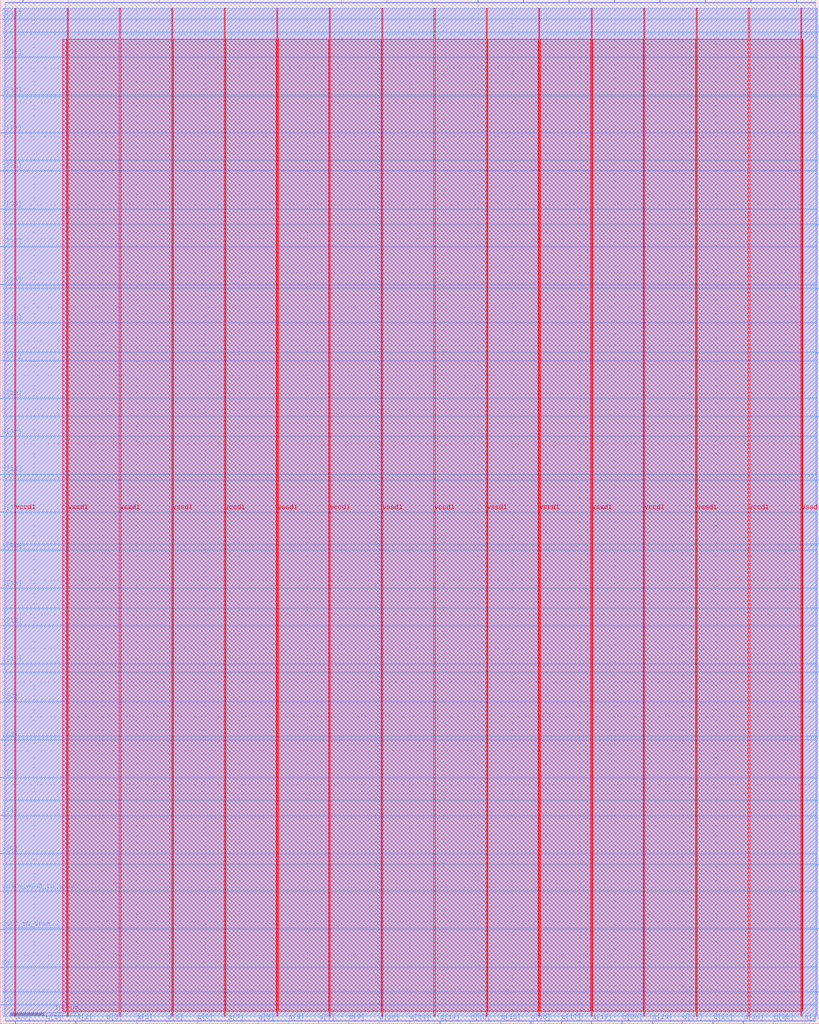
<source format=lef>
VERSION 5.7 ;
  NOWIREEXTENSIONATPIN ON ;
  DIVIDERCHAR "/" ;
  BUSBITCHARS "[]" ;
MACRO custom_sram
  CLASS BLOCK ;
  FOREIGN custom_sram ;
  ORIGIN 0.000 0.000 ;
  SIZE 1200.000 BY 1500.000 ;
  PIN a[0]
    DIRECTION INPUT ;
    USE SIGNAL ;
    PORT
      LAYER met2 ;
        RECT 22.170 0.000 22.450 4.000 ;
    END
  END a[0]
  PIN a[10]
    DIRECTION INPUT ;
    USE SIGNAL ;
    PORT
      LAYER met3 ;
        RECT 0.000 527.040 4.000 527.640 ;
    END
  END a[10]
  PIN a[11]
    DIRECTION INPUT ;
    USE SIGNAL ;
    PORT
      LAYER met2 ;
        RECT 566.350 1496.000 566.630 1500.000 ;
    END
  END a[11]
  PIN a[12]
    DIRECTION INPUT ;
    USE SIGNAL ;
    PORT
      LAYER met3 ;
        RECT 1196.000 608.640 1200.000 609.240 ;
    END
  END a[12]
  PIN a[13]
    DIRECTION INPUT ;
    USE SIGNAL ;
    PORT
      LAYER met3 ;
        RECT 0.000 693.640 4.000 694.240 ;
    END
  END a[13]
  PIN a[14]
    DIRECTION INPUT ;
    USE SIGNAL ;
    PORT
      LAYER met2 ;
        RECT 599.930 0.000 600.210 4.000 ;
    END
  END a[14]
  PIN a[15]
    DIRECTION INPUT ;
    USE SIGNAL ;
    PORT
      LAYER met3 ;
        RECT 0.000 860.240 4.000 860.840 ;
    END
  END a[15]
  PIN a[16]
    DIRECTION INPUT ;
    USE SIGNAL ;
    PORT
      LAYER met3 ;
        RECT 0.000 916.000 4.000 916.600 ;
    END
  END a[16]
  PIN a[17]
    DIRECTION INPUT ;
    USE SIGNAL ;
    PORT
      LAYER met3 ;
        RECT 1196.000 796.320 1200.000 796.920 ;
    END
  END a[17]
  PIN a[18]
    DIRECTION INPUT ;
    USE SIGNAL ;
    PORT
      LAYER met3 ;
        RECT 1196.000 983.320 1200.000 983.920 ;
    END
  END a[18]
  PIN a[19]
    DIRECTION INPUT ;
    USE SIGNAL ;
    PORT
      LAYER met2 ;
        RECT 866.270 0.000 866.550 4.000 ;
    END
  END a[19]
  PIN a[1]
    DIRECTION INPUT ;
    USE SIGNAL ;
    PORT
      LAYER met3 ;
        RECT 1196.000 139.440 1200.000 140.040 ;
    END
  END a[1]
  PIN a[2]
    DIRECTION INPUT ;
    USE SIGNAL ;
    PORT
      LAYER met2 ;
        RECT 33.210 1496.000 33.490 1500.000 ;
    END
  END a[2]
  PIN a[3]
    DIRECTION INPUT ;
    USE SIGNAL ;
    PORT
      LAYER met3 ;
        RECT 1196.000 327.120 1200.000 327.720 ;
    END
  END a[3]
  PIN a[4]
    DIRECTION INPUT ;
    USE SIGNAL ;
    PORT
      LAYER met3 ;
        RECT 0.000 304.680 4.000 305.280 ;
    END
  END a[4]
  PIN a[5]
    DIRECTION INPUT ;
    USE SIGNAL ;
    PORT
      LAYER met2 ;
        RECT 199.730 0.000 200.010 4.000 ;
    END
  END a[5]
  PIN a[6]
    DIRECTION INPUT ;
    USE SIGNAL ;
    PORT
      LAYER met2 ;
        RECT 366.250 1496.000 366.530 1500.000 ;
    END
  END a[6]
  PIN a[7]
    DIRECTION INPUT ;
    USE SIGNAL ;
    PORT
      LAYER met2 ;
        RECT 333.130 0.000 333.410 4.000 ;
    END
  END a[7]
  PIN a[8]
    DIRECTION INPUT ;
    USE SIGNAL ;
    PORT
      LAYER met2 ;
        RECT 377.750 0.000 378.030 4.000 ;
    END
  END a[8]
  PIN a[9]
    DIRECTION INPUT ;
    USE SIGNAL ;
    PORT
      LAYER met2 ;
        RECT 466.530 0.000 466.810 4.000 ;
    END
  END a[9]
  PIN clk
    DIRECTION INPUT ;
    USE SIGNAL ;
    PORT
      LAYER met3 ;
        RECT 0.000 27.240 4.000 27.840 ;
    END
  END clk
  PIN csb0_to_sram
    DIRECTION INPUT ;
    USE SIGNAL ;
    PORT
      LAYER met3 ;
        RECT 0.000 138.080 4.000 138.680 ;
    END
  END csb0_to_sram
  PIN d[0]
    DIRECTION INPUT ;
    USE SIGNAL ;
    PORT
      LAYER met3 ;
        RECT 0.000 248.920 4.000 249.520 ;
    END
  END d[0]
  PIN d[10]
    DIRECTION INPUT ;
    USE SIGNAL ;
    PORT
      LAYER met2 ;
        RECT 499.650 1496.000 499.930 1500.000 ;
    END
  END d[10]
  PIN d[11]
    DIRECTION INPUT ;
    USE SIGNAL ;
    PORT
      LAYER met2 ;
        RECT 633.050 1496.000 633.330 1500.000 ;
    END
  END d[11]
  PIN d[12]
    DIRECTION INPUT ;
    USE SIGNAL ;
    PORT
      LAYER met3 ;
        RECT 0.000 582.800 4.000 583.400 ;
    END
  END d[12]
  PIN d[13]
    DIRECTION INPUT ;
    USE SIGNAL ;
    PORT
      LAYER met3 ;
        RECT 1196.000 702.480 1200.000 703.080 ;
    END
  END d[13]
  PIN d[14]
    DIRECTION INPUT ;
    USE SIGNAL ;
    PORT
      LAYER met2 ;
        RECT 644.090 0.000 644.370 4.000 ;
    END
  END d[14]
  PIN d[15]
    DIRECTION INPUT ;
    USE SIGNAL ;
    PORT
      LAYER met2 ;
        RECT 688.710 0.000 688.990 4.000 ;
    END
  END d[15]
  PIN d[16]
    DIRECTION INPUT ;
    USE SIGNAL ;
    PORT
      LAYER met2 ;
        RECT 777.490 0.000 777.770 4.000 ;
    END
  END d[16]
  PIN d[17]
    DIRECTION INPUT ;
    USE SIGNAL ;
    PORT
      LAYER met3 ;
        RECT 1196.000 889.480 1200.000 890.080 ;
    END
  END d[17]
  PIN d[18]
    DIRECTION INPUT ;
    USE SIGNAL ;
    PORT
      LAYER met2 ;
        RECT 766.450 1496.000 766.730 1500.000 ;
    END
  END d[18]
  PIN d[19]
    DIRECTION INPUT ;
    USE SIGNAL ;
    PORT
      LAYER met2 ;
        RECT 833.150 1496.000 833.430 1500.000 ;
    END
  END d[19]
  PIN d[1]
    DIRECTION INPUT ;
    USE SIGNAL ;
    PORT
      LAYER met3 ;
        RECT 1196.000 233.280 1200.000 233.880 ;
    END
  END d[1]
  PIN d[20]
    DIRECTION INPUT ;
    USE SIGNAL ;
    PORT
      LAYER met2 ;
        RECT 910.890 0.000 911.170 4.000 ;
    END
  END d[20]
  PIN d[21]
    DIRECTION INPUT ;
    USE SIGNAL ;
    PORT
      LAYER met2 ;
        RECT 999.670 0.000 999.950 4.000 ;
    END
  END d[21]
  PIN d[22]
    DIRECTION INPUT ;
    USE SIGNAL ;
    PORT
      LAYER met2 ;
        RECT 899.850 1496.000 900.130 1500.000 ;
    END
  END d[22]
  PIN d[23]
    DIRECTION INPUT ;
    USE SIGNAL ;
    PORT
      LAYER met2 ;
        RECT 1044.290 0.000 1044.570 4.000 ;
    END
  END d[23]
  PIN d[24]
    DIRECTION INPUT ;
    USE SIGNAL ;
    PORT
      LAYER met3 ;
        RECT 1196.000 1171.000 1200.000 1171.600 ;
    END
  END d[24]
  PIN d[25]
    DIRECTION INPUT ;
    USE SIGNAL ;
    PORT
      LAYER met3 ;
        RECT 0.000 1249.200 4.000 1249.800 ;
    END
  END d[25]
  PIN d[26]
    DIRECTION INPUT ;
    USE SIGNAL ;
    PORT
      LAYER met2 ;
        RECT 1088.910 0.000 1089.190 4.000 ;
    END
  END d[26]
  PIN d[27]
    DIRECTION INPUT ;
    USE SIGNAL ;
    PORT
      LAYER met3 ;
        RECT 1196.000 1358.680 1200.000 1359.280 ;
    END
  END d[27]
  PIN d[28]
    DIRECTION INPUT ;
    USE SIGNAL ;
    PORT
      LAYER met2 ;
        RECT 1133.070 0.000 1133.350 4.000 ;
    END
  END d[28]
  PIN d[29]
    DIRECTION INPUT ;
    USE SIGNAL ;
    PORT
      LAYER met2 ;
        RECT 1099.950 1496.000 1100.230 1500.000 ;
    END
  END d[29]
  PIN d[2]
    DIRECTION INPUT ;
    USE SIGNAL ;
    PORT
      LAYER met2 ;
        RECT 110.950 0.000 111.230 4.000 ;
    END
  END d[2]
  PIN d[30]
    DIRECTION INPUT ;
    USE SIGNAL ;
    PORT
      LAYER met3 ;
        RECT 0.000 1360.040 4.000 1360.640 ;
    END
  END d[30]
  PIN d[31]
    DIRECTION INPUT ;
    USE SIGNAL ;
    PORT
      LAYER met3 ;
        RECT 0.000 1415.800 4.000 1416.400 ;
    END
  END d[31]
  PIN d[3]
    DIRECTION INPUT ;
    USE SIGNAL ;
    PORT
      LAYER met2 ;
        RECT 155.110 0.000 155.390 4.000 ;
    END
  END d[3]
  PIN d[4]
    DIRECTION INPUT ;
    USE SIGNAL ;
    PORT
      LAYER met2 ;
        RECT 166.150 1496.000 166.430 1500.000 ;
    END
  END d[4]
  PIN d[5]
    DIRECTION INPUT ;
    USE SIGNAL ;
    PORT
      LAYER met3 ;
        RECT 1196.000 514.800 1200.000 515.400 ;
    END
  END d[5]
  PIN d[6]
    DIRECTION INPUT ;
    USE SIGNAL ;
    PORT
      LAYER met2 ;
        RECT 244.350 0.000 244.630 4.000 ;
    END
  END d[6]
  PIN d[7]
    DIRECTION INPUT ;
    USE SIGNAL ;
    PORT
      LAYER met2 ;
        RECT 432.950 1496.000 433.230 1500.000 ;
    END
  END d[7]
  PIN d[8]
    DIRECTION INPUT ;
    USE SIGNAL ;
    PORT
      LAYER met3 ;
        RECT 0.000 415.520 4.000 416.120 ;
    END
  END d[8]
  PIN d[9]
    DIRECTION INPUT ;
    USE SIGNAL ;
    PORT
      LAYER met2 ;
        RECT 510.690 0.000 510.970 4.000 ;
    END
  END d[9]
  PIN q[0]
    DIRECTION OUTPUT TRISTATE ;
    USE SIGNAL ;
    PORT
      LAYER met3 ;
        RECT 1196.000 46.280 1200.000 46.880 ;
    END
  END q[0]
  PIN q[10]
    DIRECTION OUTPUT TRISTATE ;
    USE SIGNAL ;
    PORT
      LAYER met2 ;
        RECT 555.310 0.000 555.590 4.000 ;
    END
  END q[10]
  PIN q[11]
    DIRECTION OUTPUT TRISTATE ;
    USE SIGNAL ;
    PORT
      LAYER met2 ;
        RECT 699.750 1496.000 700.030 1500.000 ;
    END
  END q[11]
  PIN q[12]
    DIRECTION OUTPUT TRISTATE ;
    USE SIGNAL ;
    PORT
      LAYER met3 ;
        RECT 0.000 637.880 4.000 638.480 ;
    END
  END q[12]
  PIN q[13]
    DIRECTION OUTPUT TRISTATE ;
    USE SIGNAL ;
    PORT
      LAYER met3 ;
        RECT 0.000 749.400 4.000 750.000 ;
    END
  END q[13]
  PIN q[14]
    DIRECTION OUTPUT TRISTATE ;
    USE SIGNAL ;
    PORT
      LAYER met3 ;
        RECT 0.000 804.480 4.000 805.080 ;
    END
  END q[14]
  PIN q[15]
    DIRECTION OUTPUT TRISTATE ;
    USE SIGNAL ;
    PORT
      LAYER met2 ;
        RECT 733.330 0.000 733.610 4.000 ;
    END
  END q[15]
  PIN q[16]
    DIRECTION OUTPUT TRISTATE ;
    USE SIGNAL ;
    PORT
      LAYER met3 ;
        RECT 0.000 971.080 4.000 971.680 ;
    END
  END q[16]
  PIN q[17]
    DIRECTION OUTPUT TRISTATE ;
    USE SIGNAL ;
    PORT
      LAYER met2 ;
        RECT 822.110 0.000 822.390 4.000 ;
    END
  END q[17]
  PIN q[18]
    DIRECTION OUTPUT TRISTATE ;
    USE SIGNAL ;
    PORT
      LAYER met3 ;
        RECT 0.000 1026.840 4.000 1027.440 ;
    END
  END q[18]
  PIN q[19]
    DIRECTION OUTPUT TRISTATE ;
    USE SIGNAL ;
    PORT
      LAYER met3 ;
        RECT 1196.000 1077.160 1200.000 1077.760 ;
    END
  END q[19]
  PIN q[1]
    DIRECTION OUTPUT TRISTATE ;
    USE SIGNAL ;
    PORT
      LAYER met2 ;
        RECT 66.330 0.000 66.610 4.000 ;
    END
  END q[1]
  PIN q[20]
    DIRECTION OUTPUT TRISTATE ;
    USE SIGNAL ;
    PORT
      LAYER met2 ;
        RECT 955.510 0.000 955.790 4.000 ;
    END
  END q[20]
  PIN q[21]
    DIRECTION OUTPUT TRISTATE ;
    USE SIGNAL ;
    PORT
      LAYER met3 ;
        RECT 0.000 1082.600 4.000 1083.200 ;
    END
  END q[21]
  PIN q[22]
    DIRECTION OUTPUT TRISTATE ;
    USE SIGNAL ;
    PORT
      LAYER met3 ;
        RECT 0.000 1138.360 4.000 1138.960 ;
    END
  END q[22]
  PIN q[23]
    DIRECTION OUTPUT TRISTATE ;
    USE SIGNAL ;
    PORT
      LAYER met3 ;
        RECT 0.000 1193.440 4.000 1194.040 ;
    END
  END q[23]
  PIN q[24]
    DIRECTION OUTPUT TRISTATE ;
    USE SIGNAL ;
    PORT
      LAYER met3 ;
        RECT 1196.000 1264.840 1200.000 1265.440 ;
    END
  END q[24]
  PIN q[25]
    DIRECTION OUTPUT TRISTATE ;
    USE SIGNAL ;
    PORT
      LAYER met2 ;
        RECT 966.550 1496.000 966.830 1500.000 ;
    END
  END q[25]
  PIN q[26]
    DIRECTION OUTPUT TRISTATE ;
    USE SIGNAL ;
    PORT
      LAYER met2 ;
        RECT 1033.250 1496.000 1033.530 1500.000 ;
    END
  END q[26]
  PIN q[27]
    DIRECTION OUTPUT TRISTATE ;
    USE SIGNAL ;
    PORT
      LAYER met3 ;
        RECT 0.000 1304.960 4.000 1305.560 ;
    END
  END q[27]
  PIN q[28]
    DIRECTION OUTPUT TRISTATE ;
    USE SIGNAL ;
    PORT
      LAYER met3 ;
        RECT 1196.000 1452.520 1200.000 1453.120 ;
    END
  END q[28]
  PIN q[29]
    DIRECTION OUTPUT TRISTATE ;
    USE SIGNAL ;
    PORT
      LAYER met2 ;
        RECT 1177.690 0.000 1177.970 4.000 ;
    END
  END q[29]
  PIN q[2]
    DIRECTION OUTPUT TRISTATE ;
    USE SIGNAL ;
    PORT
      LAYER met2 ;
        RECT 99.450 1496.000 99.730 1500.000 ;
    END
  END q[2]
  PIN q[30]
    DIRECTION OUTPUT TRISTATE ;
    USE SIGNAL ;
    PORT
      LAYER met2 ;
        RECT 1166.650 1496.000 1166.930 1500.000 ;
    END
  END q[30]
  PIN q[31]
    DIRECTION OUTPUT TRISTATE ;
    USE SIGNAL ;
    PORT
      LAYER met3 ;
        RECT 0.000 1471.560 4.000 1472.160 ;
    END
  END q[31]
  PIN q[3]
    DIRECTION OUTPUT TRISTATE ;
    USE SIGNAL ;
    PORT
      LAYER met3 ;
        RECT 1196.000 420.960 1200.000 421.560 ;
    END
  END q[3]
  PIN q[4]
    DIRECTION OUTPUT TRISTATE ;
    USE SIGNAL ;
    PORT
      LAYER met2 ;
        RECT 232.850 1496.000 233.130 1500.000 ;
    END
  END q[4]
  PIN q[5]
    DIRECTION OUTPUT TRISTATE ;
    USE SIGNAL ;
    PORT
      LAYER met2 ;
        RECT 299.550 1496.000 299.830 1500.000 ;
    END
  END q[5]
  PIN q[6]
    DIRECTION OUTPUT TRISTATE ;
    USE SIGNAL ;
    PORT
      LAYER met2 ;
        RECT 288.510 0.000 288.790 4.000 ;
    END
  END q[6]
  PIN q[7]
    DIRECTION OUTPUT TRISTATE ;
    USE SIGNAL ;
    PORT
      LAYER met3 ;
        RECT 0.000 360.440 4.000 361.040 ;
    END
  END q[7]
  PIN q[8]
    DIRECTION OUTPUT TRISTATE ;
    USE SIGNAL ;
    PORT
      LAYER met2 ;
        RECT 421.910 0.000 422.190 4.000 ;
    END
  END q[8]
  PIN q[9]
    DIRECTION OUTPUT TRISTATE ;
    USE SIGNAL ;
    PORT
      LAYER met3 ;
        RECT 0.000 471.280 4.000 471.880 ;
    END
  END q[9]
  PIN spare_wen0_to_sram
    DIRECTION INPUT ;
    USE SIGNAL ;
    PORT
      LAYER met3 ;
        RECT 0.000 193.840 4.000 194.440 ;
    END
  END spare_wen0_to_sram
  PIN vccd1
    DIRECTION INPUT ;
    USE POWER ;
    PORT
      LAYER met4 ;
        RECT 21.040 10.640 22.640 1488.080 ;
    END
    PORT
      LAYER met4 ;
        RECT 174.640 10.640 176.240 1488.080 ;
    END
    PORT
      LAYER met4 ;
        RECT 328.240 10.640 329.840 1488.080 ;
    END
    PORT
      LAYER met4 ;
        RECT 481.840 10.640 483.440 1488.080 ;
    END
    PORT
      LAYER met4 ;
        RECT 635.440 10.640 637.040 1488.080 ;
    END
    PORT
      LAYER met4 ;
        RECT 789.040 10.640 790.640 1488.080 ;
    END
    PORT
      LAYER met4 ;
        RECT 942.640 10.640 944.240 1488.080 ;
    END
    PORT
      LAYER met4 ;
        RECT 1096.240 10.640 1097.840 1488.080 ;
    END
  END vccd1
  PIN vssd1
    DIRECTION INPUT ;
    USE GROUND ;
    PORT
      LAYER met4 ;
        RECT 97.840 10.640 99.440 1488.080 ;
    END
    PORT
      LAYER met4 ;
        RECT 251.440 10.640 253.040 1488.080 ;
    END
    PORT
      LAYER met4 ;
        RECT 405.040 10.640 406.640 1488.080 ;
    END
    PORT
      LAYER met4 ;
        RECT 558.640 10.640 560.240 1488.080 ;
    END
    PORT
      LAYER met4 ;
        RECT 712.240 10.640 713.840 1488.080 ;
    END
    PORT
      LAYER met4 ;
        RECT 865.840 10.640 867.440 1488.080 ;
    END
    PORT
      LAYER met4 ;
        RECT 1019.440 10.640 1021.040 1488.080 ;
    END
    PORT
      LAYER met4 ;
        RECT 1173.040 10.640 1174.640 1488.080 ;
    END
  END vssd1
  PIN we
    DIRECTION INPUT ;
    USE SIGNAL ;
    PORT
      LAYER met3 ;
        RECT 0.000 82.320 4.000 82.920 ;
    END
  END we
  OBS
      LAYER li1 ;
        RECT 5.520 10.795 1196.775 1487.925 ;
      LAYER met1 ;
        RECT 5.520 10.640 1196.835 1488.080 ;
      LAYER met2 ;
        RECT 6.990 1495.720 32.930 1496.410 ;
        RECT 33.770 1495.720 99.170 1496.410 ;
        RECT 100.010 1495.720 165.870 1496.410 ;
        RECT 166.710 1495.720 232.570 1496.410 ;
        RECT 233.410 1495.720 299.270 1496.410 ;
        RECT 300.110 1495.720 365.970 1496.410 ;
        RECT 366.810 1495.720 432.670 1496.410 ;
        RECT 433.510 1495.720 499.370 1496.410 ;
        RECT 500.210 1495.720 566.070 1496.410 ;
        RECT 566.910 1495.720 632.770 1496.410 ;
        RECT 633.610 1495.720 699.470 1496.410 ;
        RECT 700.310 1495.720 766.170 1496.410 ;
        RECT 767.010 1495.720 832.870 1496.410 ;
        RECT 833.710 1495.720 899.570 1496.410 ;
        RECT 900.410 1495.720 966.270 1496.410 ;
        RECT 967.110 1495.720 1032.970 1496.410 ;
        RECT 1033.810 1495.720 1099.670 1496.410 ;
        RECT 1100.510 1495.720 1166.370 1496.410 ;
        RECT 1167.210 1495.720 1194.990 1496.410 ;
        RECT 6.990 4.280 1194.990 1495.720 ;
        RECT 6.990 3.670 21.890 4.280 ;
        RECT 22.730 3.670 66.050 4.280 ;
        RECT 66.890 3.670 110.670 4.280 ;
        RECT 111.510 3.670 154.830 4.280 ;
        RECT 155.670 3.670 199.450 4.280 ;
        RECT 200.290 3.670 244.070 4.280 ;
        RECT 244.910 3.670 288.230 4.280 ;
        RECT 289.070 3.670 332.850 4.280 ;
        RECT 333.690 3.670 377.470 4.280 ;
        RECT 378.310 3.670 421.630 4.280 ;
        RECT 422.470 3.670 466.250 4.280 ;
        RECT 467.090 3.670 510.410 4.280 ;
        RECT 511.250 3.670 555.030 4.280 ;
        RECT 555.870 3.670 599.650 4.280 ;
        RECT 600.490 3.670 643.810 4.280 ;
        RECT 644.650 3.670 688.430 4.280 ;
        RECT 689.270 3.670 733.050 4.280 ;
        RECT 733.890 3.670 777.210 4.280 ;
        RECT 778.050 3.670 821.830 4.280 ;
        RECT 822.670 3.670 865.990 4.280 ;
        RECT 866.830 3.670 910.610 4.280 ;
        RECT 911.450 3.670 955.230 4.280 ;
        RECT 956.070 3.670 999.390 4.280 ;
        RECT 1000.230 3.670 1044.010 4.280 ;
        RECT 1044.850 3.670 1088.630 4.280 ;
        RECT 1089.470 3.670 1132.790 4.280 ;
        RECT 1133.630 3.670 1177.410 4.280 ;
        RECT 1178.250 3.670 1194.990 4.280 ;
      LAYER met3 ;
        RECT 4.000 1472.560 1196.000 1488.005 ;
        RECT 4.400 1471.160 1196.000 1472.560 ;
        RECT 4.000 1453.520 1196.000 1471.160 ;
        RECT 4.000 1452.120 1195.600 1453.520 ;
        RECT 4.000 1416.800 1196.000 1452.120 ;
        RECT 4.400 1415.400 1196.000 1416.800 ;
        RECT 4.000 1361.040 1196.000 1415.400 ;
        RECT 4.400 1359.680 1196.000 1361.040 ;
        RECT 4.400 1359.640 1195.600 1359.680 ;
        RECT 4.000 1358.280 1195.600 1359.640 ;
        RECT 4.000 1305.960 1196.000 1358.280 ;
        RECT 4.400 1304.560 1196.000 1305.960 ;
        RECT 4.000 1265.840 1196.000 1304.560 ;
        RECT 4.000 1264.440 1195.600 1265.840 ;
        RECT 4.000 1250.200 1196.000 1264.440 ;
        RECT 4.400 1248.800 1196.000 1250.200 ;
        RECT 4.000 1194.440 1196.000 1248.800 ;
        RECT 4.400 1193.040 1196.000 1194.440 ;
        RECT 4.000 1172.000 1196.000 1193.040 ;
        RECT 4.000 1170.600 1195.600 1172.000 ;
        RECT 4.000 1139.360 1196.000 1170.600 ;
        RECT 4.400 1137.960 1196.000 1139.360 ;
        RECT 4.000 1083.600 1196.000 1137.960 ;
        RECT 4.400 1082.200 1196.000 1083.600 ;
        RECT 4.000 1078.160 1196.000 1082.200 ;
        RECT 4.000 1076.760 1195.600 1078.160 ;
        RECT 4.000 1027.840 1196.000 1076.760 ;
        RECT 4.400 1026.440 1196.000 1027.840 ;
        RECT 4.000 984.320 1196.000 1026.440 ;
        RECT 4.000 982.920 1195.600 984.320 ;
        RECT 4.000 972.080 1196.000 982.920 ;
        RECT 4.400 970.680 1196.000 972.080 ;
        RECT 4.000 917.000 1196.000 970.680 ;
        RECT 4.400 915.600 1196.000 917.000 ;
        RECT 4.000 890.480 1196.000 915.600 ;
        RECT 4.000 889.080 1195.600 890.480 ;
        RECT 4.000 861.240 1196.000 889.080 ;
        RECT 4.400 859.840 1196.000 861.240 ;
        RECT 4.000 805.480 1196.000 859.840 ;
        RECT 4.400 804.080 1196.000 805.480 ;
        RECT 4.000 797.320 1196.000 804.080 ;
        RECT 4.000 795.920 1195.600 797.320 ;
        RECT 4.000 750.400 1196.000 795.920 ;
        RECT 4.400 749.000 1196.000 750.400 ;
        RECT 4.000 703.480 1196.000 749.000 ;
        RECT 4.000 702.080 1195.600 703.480 ;
        RECT 4.000 694.640 1196.000 702.080 ;
        RECT 4.400 693.240 1196.000 694.640 ;
        RECT 4.000 638.880 1196.000 693.240 ;
        RECT 4.400 637.480 1196.000 638.880 ;
        RECT 4.000 609.640 1196.000 637.480 ;
        RECT 4.000 608.240 1195.600 609.640 ;
        RECT 4.000 583.800 1196.000 608.240 ;
        RECT 4.400 582.400 1196.000 583.800 ;
        RECT 4.000 528.040 1196.000 582.400 ;
        RECT 4.400 526.640 1196.000 528.040 ;
        RECT 4.000 515.800 1196.000 526.640 ;
        RECT 4.000 514.400 1195.600 515.800 ;
        RECT 4.000 472.280 1196.000 514.400 ;
        RECT 4.400 470.880 1196.000 472.280 ;
        RECT 4.000 421.960 1196.000 470.880 ;
        RECT 4.000 420.560 1195.600 421.960 ;
        RECT 4.000 416.520 1196.000 420.560 ;
        RECT 4.400 415.120 1196.000 416.520 ;
        RECT 4.000 361.440 1196.000 415.120 ;
        RECT 4.400 360.040 1196.000 361.440 ;
        RECT 4.000 328.120 1196.000 360.040 ;
        RECT 4.000 326.720 1195.600 328.120 ;
        RECT 4.000 305.680 1196.000 326.720 ;
        RECT 4.400 304.280 1196.000 305.680 ;
        RECT 4.000 249.920 1196.000 304.280 ;
        RECT 4.400 248.520 1196.000 249.920 ;
        RECT 4.000 234.280 1196.000 248.520 ;
        RECT 4.000 232.880 1195.600 234.280 ;
        RECT 4.000 194.840 1196.000 232.880 ;
        RECT 4.400 193.440 1196.000 194.840 ;
        RECT 4.000 140.440 1196.000 193.440 ;
        RECT 4.000 139.080 1195.600 140.440 ;
        RECT 4.400 139.040 1195.600 139.080 ;
        RECT 4.400 137.680 1196.000 139.040 ;
        RECT 4.000 83.320 1196.000 137.680 ;
        RECT 4.400 81.920 1196.000 83.320 ;
        RECT 4.000 47.280 1196.000 81.920 ;
        RECT 4.000 45.880 1195.600 47.280 ;
        RECT 4.000 28.240 1196.000 45.880 ;
        RECT 4.400 26.840 1196.000 28.240 ;
        RECT 4.000 10.715 1196.000 26.840 ;
      LAYER met4 ;
        RECT 91.375 18.535 97.440 1442.785 ;
        RECT 99.840 18.535 174.240 1442.785 ;
        RECT 176.640 18.535 251.040 1442.785 ;
        RECT 253.440 18.535 327.840 1442.785 ;
        RECT 330.240 18.535 404.640 1442.785 ;
        RECT 407.040 18.535 481.440 1442.785 ;
        RECT 483.840 18.535 558.240 1442.785 ;
        RECT 560.640 18.535 635.040 1442.785 ;
        RECT 637.440 18.535 711.840 1442.785 ;
        RECT 714.240 18.535 788.640 1442.785 ;
        RECT 791.040 18.535 865.440 1442.785 ;
        RECT 867.840 18.535 942.240 1442.785 ;
        RECT 944.640 18.535 1019.040 1442.785 ;
        RECT 1021.440 18.535 1095.840 1442.785 ;
        RECT 1098.240 18.535 1172.640 1442.785 ;
        RECT 1175.040 18.535 1175.465 1442.785 ;
  END
END custom_sram
END LIBRARY


</source>
